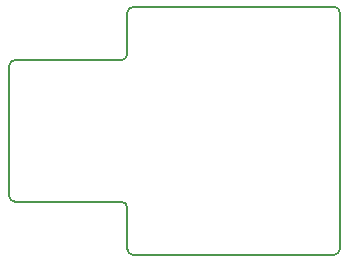
<source format=gbr>
G04 start of page 4 for group 2 idx 2 *
G04 Title: UltraNano, outline *
G04 Creator: pcb 1.99z *
G04 CreationDate: Thu 15 Jan 2015 11:46:57 GMT UTC *
G04 For: matt *
G04 Format: Gerber/RS-274X *
G04 PCB-Dimensions (mil): 1377.95 1062.99 *
G04 PCB-Coordinate-Origin: lower left *
%MOIN*%
%FSLAX25Y25*%
%LNOUTLINE*%
%ADD35C,0.0059*%
G54D35*X49213Y100394D02*X116142D01*
X49213Y17717D02*X116142D01*
X47244Y33465D02*Y19685D01*
X9843Y82677D02*X45276D01*
X7874Y80709D02*Y37402D01*
X9843Y35433D02*X45276D01*
X47244Y98425D02*Y84646D01*
X118110Y98425D02*Y19685D01*
X45276Y82677D02*G75*G03X47244Y84646I0J1969D01*G01*
Y98425D02*G75*G02X49213Y100394I1969J0D01*G01*
X116142D02*G75*G02X118110Y98425I0J-1969D01*G01*
X45276Y35433D02*G75*G02X47244Y33465I0J-1969D01*G01*
X9843Y35433D02*G75*G02X7874Y37402I0J1969D01*G01*
X9843Y82677D02*G75*G03X7874Y80709I0J-1969D01*G01*
X47244Y19685D02*G75*G03X49213Y17717I1969J0D01*G01*
X116142D02*G75*G03X118110Y19685I0J1969D01*G01*
M02*

</source>
